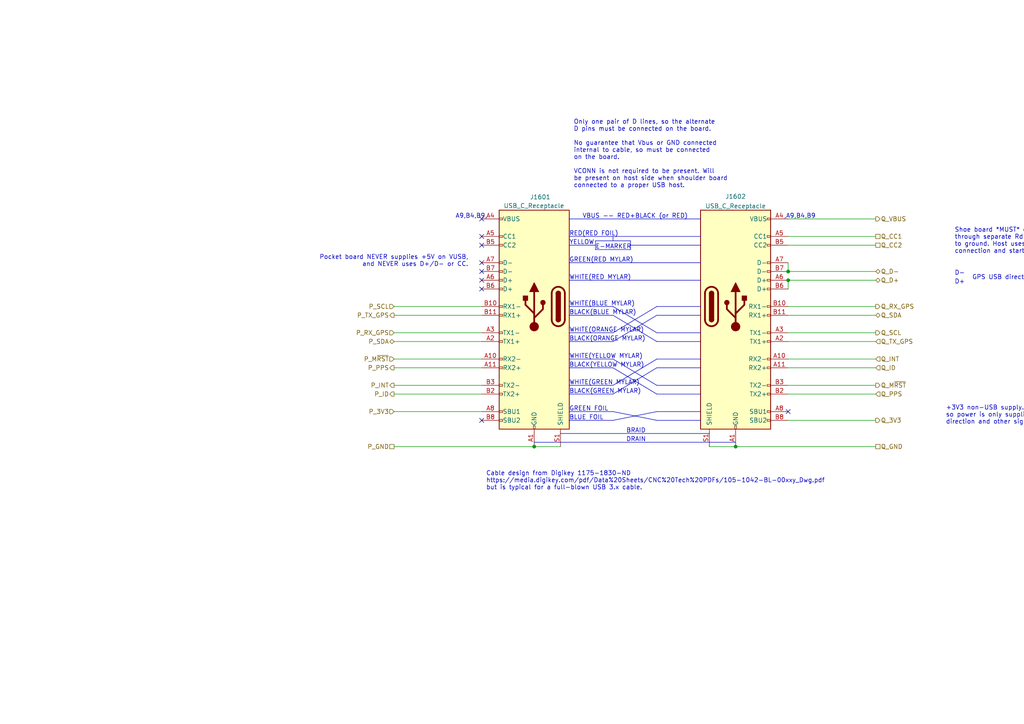
<source format=kicad_sch>
(kicad_sch (version 20211123) (generator eeschema)
  (paper "A4")
  (lib_symbols
    (symbol "Connector:USB_C_Receptacle" (pin_names (offset 1.016))
      (property "Reference" "J" (at -10.16 29.21 0))
      (property "Value" "USB_C_Receptacle" (at 10.16 29.21 0))
      (symbol "USB_C_Receptacle_0_0"
        (rectangle (start -0.254 -35.56) (end 0.254 -34.544))
        (rectangle (start 10.16 -32.766) (end 9.144 -33.274))
        (rectangle (start 10.16 -30.226) (end 9.144 -30.734))
        (rectangle (start 10.16 -25.146) (end 9.144 -25.654))
        (rectangle (start 10.16 -22.606) (end 9.144 -23.114))
        (rectangle (start 10.16 -17.526) (end 9.144 -18.034))
        (rectangle (start 10.16 -14.986) (end 9.144 -15.494))
        (rectangle (start 10.16 -9.906) (end 9.144 -10.414))
        (rectangle (start 10.16 -7.366) (end 9.144 -7.874))
        (rectangle (start 10.16 -2.286) (end 9.144 -2.794))
        (rectangle (start 10.16 0.254) (end 9.144 -0.254))
        (rectangle (start 10.16 5.334) (end 9.144 4.826))
        (rectangle (start 10.16 7.874) (end 9.144 7.366))
        (rectangle (start 10.16 10.414) (end 9.144 9.906))
        (rectangle (start 10.16 12.954) (end 9.144 12.446))
        (rectangle (start 10.16 18.034) (end 9.144 17.526))
        (rectangle (start 10.16 20.574) (end 9.144 20.066))
        (rectangle (start 10.16 25.654) (end 9.144 25.146))
      )
      (symbol "USB_C_Receptacle_0_1"
        (rectangle (start -10.16 27.94) (end 10.16 -35.56) (stroke (width 0.254)) (fill (type background)))
        (arc (start -8.89 -3.81) (mid -6.985 -5.715) (end -5.08 -3.81) (stroke (width 0.508)))
        (arc (start -7.62 -3.81) (mid -6.985 -4.445) (end -6.35 -3.81) (stroke (width 0.254)))
        (arc (start -7.62 -3.81) (mid -6.985 -4.445) (end -6.35 -3.81) (stroke (width 0.254)) (fill (type outline)))
        (rectangle (start -7.62 -3.81) (end -6.35 3.81) (stroke (width 0.254)) (fill (type outline)))
        (arc (start -6.35 3.81) (mid -6.985 4.445) (end -7.62 3.81) (stroke (width 0.254)))
        (arc (start -6.35 3.81) (mid -6.985 4.445) (end -7.62 3.81) (stroke (width 0.254)) (fill (type outline)))
        (arc (start -5.08 3.81) (mid -6.985 5.715) (end -8.89 3.81) (stroke (width 0.508)))
        (polyline (pts (xy -8.89 -3.81) (xy -8.89 3.81)) (stroke (width 0.508)))
        (polyline (pts (xy -5.08 3.81) (xy -5.08 -3.81)) (stroke (width 0.508)))
      )
      (symbol "USB_C_Receptacle_1_1"
        (circle (center -2.54 1.143) (radius 0.635) (stroke (width 0.254)) (fill (type outline)))
        (circle (center 0 -5.842) (radius 1.27) (fill (type outline)))
        (polyline (pts (xy 0 -5.842) (xy 0 4.318)) (stroke (width 0.508)))
        (polyline (pts (xy 0 -3.302) (xy -2.54 -0.762) (xy -2.54 0.508)) (stroke (width 0.508)))
        (polyline (pts (xy 0 -2.032) (xy 2.54 0.508) (xy 2.54 1.778)) (stroke (width 0.508)))
        (polyline (pts (xy -1.27 4.318) (xy 0 6.858) (xy 1.27 4.318) (xy -1.27 4.318)) (stroke (width 0.254)) (fill (type outline)))
        (rectangle (start 1.905 1.778) (end 3.175 3.048) (stroke (width 0.254)) (fill (type outline)))
        (pin passive line (at 0 -40.64 90) (length 5.08) (name "GND") (number "A1"))
        (pin bidirectional line (at 15.24 -15.24 180) (length 5.08) (name "RX2-") (number "A10"))
        (pin bidirectional line (at 15.24 -17.78 180) (length 5.08) (name "RX2+") (number "A11"))
        (pin passive line (at 0 -40.64 90) (length 5.08) hide (name "GND") (number "A12"))
        (pin bidirectional line (at 15.24 -10.16 180) (length 5.08) (name "TX1+") (number "A2"))
        (pin bidirectional line (at 15.24 -7.62 180) (length 5.08) (name "TX1-") (number "A3"))
        (pin passive line (at 15.24 25.4 180) (length 5.08) (name "VBUS") (number "A4"))
        (pin bidirectional line (at 15.24 20.32 180) (length 5.08) (name "CC1") (number "A5"))
        (pin bidirectional line (at 15.24 7.62 180) (length 5.08) (name "D+") (number "A6"))
        (pin bidirectional line (at 15.24 12.7 180) (length 5.08) (name "D-") (number "A7"))
        (pin bidirectional line (at 15.24 -30.48 180) (length 5.08) (name "SBU1") (number "A8"))
        (pin passive line (at 15.24 25.4 180) (length 5.08) hide (name "VBUS") (number "A9"))
        (pin passive line (at 0 -40.64 90) (length 5.08) hide (name "GND") (number "B1"))
        (pin bidirectional line (at 15.24 0 180) (length 5.08) (name "RX1-") (number "B10"))
        (pin bidirectional line (at 15.24 -2.54 180) (length 5.08) (name "RX1+") (number "B11"))
        (pin passive line (at 0 -40.64 90) (length 5.08) hide (name "GND") (number "B12"))
        (pin bidirectional line (at 15.24 -25.4 180) (length 5.08) (name "TX2+") (number "B2"))
        (pin bidirectional line (at 15.24 -22.86 180) (length 5.08) (name "TX2-") (number "B3"))
        (pin passive line (at 15.24 25.4 180) (length 5.08) hide (name "VBUS") (number "B4"))
        (pin bidirectional line (at 15.24 17.78 180) (length 5.08) (name "CC2") (number "B5"))
        (pin bidirectional line (at 15.24 5.08 180) (length 5.08) (name "D+") (number "B6"))
        (pin bidirectional line (at 15.24 10.16 180) (length 5.08) (name "D-") (number "B7"))
        (pin bidirectional line (at 15.24 -33.02 180) (length 5.08) (name "SBU2") (number "B8"))
        (pin passive line (at 15.24 25.4 180) (length 5.08) hide (name "VBUS") (number "B9"))
        (pin passive line (at -7.62 -40.64 90) (length 5.08) (name "SHIELD") (number "S1"))
      )
    )
  )
  (junction (at 213.36 129.54))
  (junction (at 228.6 78.74))
  (junction (at 228.6 81.28))
  (junction (at 154.94 129.54))
  (no_connect (at 139.7 121.92))
  (no_connect (at 228.6 119.38))
  (no_connect (at 139.7 83.82))
  (no_connect (at 139.7 81.28))
  (no_connect (at 139.7 71.12))
  (no_connect (at 139.7 76.2))
  (no_connect (at 139.7 68.58))
  (no_connect (at 139.7 78.74))
  (no_connect (at 139.7 63.5))
  (wire (pts (xy 162.56 129.54) (xy 154.94 129.54)))
  (wire (pts (xy 228.6 104.14) (xy 254 104.14)))
  (wire (pts (xy 228.6 111.76) (xy 254 111.76)))
  (polyline (pts (xy 172.72 69.85) (xy 172.72 72.39)) (stroke (width 0) (type solid)))
  (wire (pts (xy 228.6 81.28) (xy 254 81.28)))
  (polyline (pts (xy 190.5 119.38) (xy 203.2 119.38)) (stroke (width 0) (type solid)))
  (polyline (pts (xy 177.8 99.06) (xy 190.5 91.44)) (stroke (width 0) (type solid)))
  (polyline (pts (xy 190.5 111.76) (xy 203.2 111.76)) (stroke (width 0) (type solid)))
  (polyline (pts (xy 172.72 72.39) (xy 182.88 72.39)) (stroke (width 0) (type solid)))
  (polyline (pts (xy 165.1 76.2) (xy 203.2 76.2)) (stroke (width 0) (type solid)))
  (wire (pts (xy 228.6 83.82) (xy 228.6 81.28)))
  (wire (pts (xy 228.6 68.58) (xy 254 68.58)))
  (polyline (pts (xy 190.5 88.9) (xy 203.2 88.9)) (stroke (width 0) (type solid)))
  (wire (pts (xy 114.3 106.68) (xy 139.7 106.68)))
  (polyline (pts (xy 165.1 121.92) (xy 177.8 121.92)) (stroke (width 0) (type solid)))
  (polyline (pts (xy 165.1 111.76) (xy 177.8 111.76)) (stroke (width 0) (type solid)))
  (polyline (pts (xy 165.1 68.58) (xy 203.2 68.58)) (stroke (width 0) (type solid)))
  (polyline (pts (xy 177.8 68.58) (xy 177.8 69.85)) (stroke (width 0) (type solid)))
  (wire (pts (xy 228.6 78.74) (xy 254 78.74)))
  (polyline (pts (xy 165.1 119.38) (xy 177.8 119.38)) (stroke (width 0) (type solid)))
  (polyline (pts (xy 162.56 125.73) (xy 205.74 125.73)) (stroke (width 0) (type solid)))
  (polyline (pts (xy 165.1 96.52) (xy 177.8 96.52)) (stroke (width 0) (type solid)))
  (polyline (pts (xy 182.88 71.12) (xy 203.2 71.12)) (stroke (width 0) (type solid)))
  (wire (pts (xy 228.6 76.2) (xy 228.6 78.74)))
  (polyline (pts (xy 165.1 106.68) (xy 177.8 106.68)) (stroke (width 0) (type solid)))
  (polyline (pts (xy 190.5 96.52) (xy 203.2 96.52)) (stroke (width 0) (type solid)))
  (wire (pts (xy 114.3 111.76) (xy 139.7 111.76)))
  (wire (pts (xy 114.3 99.06) (xy 139.7 99.06)))
  (polyline (pts (xy 165.1 88.9) (xy 177.8 88.9)) (stroke (width 0) (type solid)))
  (polyline (pts (xy 190.5 114.3) (xy 203.2 114.3)) (stroke (width 0) (type solid)))
  (wire (pts (xy 254 88.9) (xy 228.6 88.9)))
  (wire (pts (xy 114.3 96.52) (xy 139.7 96.52)))
  (wire (pts (xy 213.36 129.54) (xy 254 129.54)))
  (polyline (pts (xy 165.1 71.12) (xy 172.72 71.12)) (stroke (width 0) (type solid)))
  (wire (pts (xy 114.3 91.44) (xy 139.7 91.44)))
  (wire (pts (xy 139.7 119.38) (xy 114.3 119.38)))
  (polyline (pts (xy 165.1 81.28) (xy 203.2 81.28)) (stroke (width 0) (type solid)))
  (wire (pts (xy 228.6 96.52) (xy 254 96.52)))
  (polyline (pts (xy 165.1 99.06) (xy 177.8 99.06)) (stroke (width 0) (type solid)))
  (wire (pts (xy 114.3 88.9) (xy 139.7 88.9)))
  (polyline (pts (xy 177.8 111.76) (xy 190.5 104.14)) (stroke (width 0) (type solid)))
  (wire (pts (xy 205.74 129.54) (xy 213.36 129.54)))
  (wire (pts (xy 228.6 114.3) (xy 254 114.3)))
  (polyline (pts (xy 177.8 96.52) (xy 190.5 88.9)) (stroke (width 0) (type solid)))
  (polyline (pts (xy 165.1 114.3) (xy 177.8 114.3)) (stroke (width 0) (type solid)))
  (polyline (pts (xy 190.5 91.44) (xy 203.2 91.44)) (stroke (width 0) (type solid)))
  (polyline (pts (xy 165.1 91.44) (xy 177.8 91.44)) (stroke (width 0) (type solid)))
  (polyline (pts (xy 165.1 104.14) (xy 177.8 104.14)) (stroke (width 0) (type solid)))
  (polyline (pts (xy 182.88 72.39) (xy 182.88 69.85)) (stroke (width 0) (type solid)))
  (polyline (pts (xy 190.5 104.14) (xy 203.2 104.14)) (stroke (width 0) (type solid)))
  (wire (pts (xy 228.6 63.5) (xy 254 63.5)))
  (wire (pts (xy 114.3 104.14) (xy 139.7 104.14)))
  (polyline (pts (xy 154.94 128.27) (xy 213.36 128.27)) (stroke (width 0) (type solid)))
  (wire (pts (xy 114.3 114.3) (xy 139.7 114.3)))
  (polyline (pts (xy 177.8 121.92) (xy 190.5 119.38)) (stroke (width 0) (type solid)))
  (polyline (pts (xy 177.8 114.3) (xy 190.5 106.68)) (stroke (width 0) (type solid)))
  (wire (pts (xy 254 91.44) (xy 228.6 91.44)))
  (polyline (pts (xy 177.8 106.68) (xy 190.5 114.3)) (stroke (width 0) (type solid)))
  (polyline (pts (xy 177.8 119.38) (xy 190.5 121.92)) (stroke (width 0) (type solid)))
  (wire (pts (xy 228.6 71.12) (xy 254 71.12)))
  (wire (pts (xy 114.3 129.54) (xy 154.94 129.54)))
  (polyline (pts (xy 182.88 69.85) (xy 172.72 69.85)) (stroke (width 0) (type solid)))
  (polyline (pts (xy 177.8 104.14) (xy 190.5 111.76)) (stroke (width 0) (type solid)))
  (polyline (pts (xy 190.5 106.68) (xy 203.2 106.68)) (stroke (width 0) (type solid)))
  (polyline (pts (xy 190.5 121.92) (xy 203.2 121.92)) (stroke (width 0) (type solid)))
  (polyline (pts (xy 177.8 91.44) (xy 190.5 99.06)) (stroke (width 0) (type solid)))
  (polyline (pts (xy 177.8 88.9) (xy 190.5 96.52)) (stroke (width 0) (type solid)))
  (polyline (pts (xy 165.1 63.5) (xy 203.2 63.5)) (stroke (width 0) (type solid)))
  (wire (pts (xy 228.6 106.68) (xy 254 106.68)))
  (wire (pts (xy 228.6 99.06) (xy 254 99.06)))
  (polyline (pts (xy 190.5 99.06) (xy 203.2 99.06)) (stroke (width 0) (type solid)))
  (wire (pts (xy 228.6 121.92) (xy 254 121.92)))
  (text "A9,B4,B9," (at 132.08 63.5 0) (effects (font (size 1.27 1.27)) (justify left bottom)))
  (text "Shoe board *MUST* connect CC1 and CC2\nthrough separate Rd (5.1k) resistors \nto ground. Host uses these to detect\nconnection and start power flow on VUSB." (at 276.86 73.66 0) (effects (font (size 1.27 1.27)) (justify left bottom)))
  (text "Cable design from Digikey 1175-1830-ND\nhttps://media.digikey.com/pdf/Data%20Sheets/CNC%20Tech%20PDFs/105-1042-BL-00xxy_Dwg.pdf\nbut is typical for a full-blown USB 3.x cable." (at 140.97 142.24 0) (effects (font (size 1.27 1.27)) (justify left bottom)))
  (text "E-MARKER" (at 172.72 72.39 0) (effects (font (size 1.27 1.27)) (justify left bottom)))
  (text "DRAIN" (at 181.61 128.27 0) (effects (font (size 1.27 1.27)) (justify left bottom)))
  (text "VBUS -- RED+BLACK (or RED)" (at 168.91 63.5 0) (effects (font (size 1.27 1.27)) (justify left bottom)))
  (text "D-" (at 276.86 80.01 0) (effects (font (size 1.27 1.27)) (justify left bottom)))
  (text ",A9,B4,B9" (at 227.33 63.5 0) (effects (font (size 1.27 1.27)) (justify left bottom)))
  (text "WHITE(BLUE MYLAR)" (at 165.1 88.9 0) (effects (font (size 1.27 1.27)) (justify left bottom)))
  (text "GREEN(RED MYLAR)" (at 165.1 76.2 0) (effects (font (size 1.27 1.27)) (justify left bottom)))
  (text "BLACK(GREEN MYLAR)" (at 165.1 114.3 0) (effects (font (size 1.27 1.27)) (justify left bottom)))
  (text "Only one pair of D lines, so the alternate\nD pins must be connected on the board.\n\nNo guarantee that Vbus or GND connected\ninternal to cable, so must be connected\non the board.\n\nVCONN is not required to be present. Will\nbe present on host side when shoulder board\nconnected to a proper USB host." (at 166.37 54.61 0) (effects (font (size 1.27 1.27)) (justify left bottom)))
  (text "GREEN FOIL" (at 165.1 119.38 0) (effects (font (size 1.27 1.27)) (justify left bottom)))
  (text "WHITE(YELLOW MYLAR)" (at 165.1 104.14 0) (effects (font (size 1.27 1.27)) (justify left bottom)))
  (text "YELLOW" (at 165.1 71.12 0) (effects (font (size 1.27 1.27)) (justify left bottom)))
  (text "D+" (at 276.86 82.55 0) (effects (font (size 1.27 1.27)) (justify left bottom)))
  (text "BRAID" (at 181.61 125.73 0) (effects (font (size 1.27 1.27)) (justify left bottom)))
  (text "Pocket board NEVER supplies +5V on VUSB,\nand NEVER uses D+/D- or CC." (at 135.89 77.47 0) (effects (font (size 1.27 1.27)) (justify right bottom)))
  (text "WHITE(ORANGE MYLAR)" (at 165.1 96.52 0) (effects (font (size 1.27 1.27)) (justify left bottom)))
  (text "BLACK(ORANGE MYLAR)" (at 165.1 99.06 0) (effects (font (size 1.27 1.27)) (justify left bottom)))
  (text "RED(RED FOIL)" (at 165.1 68.58 0) (effects (font (size 1.27 1.27)) (justify left bottom)))
  (text "Shoe board can leave D+/D- \nand CC all not-connected" (at 302.26 81.28 0) (effects (font (size 1.27 1.27)) (justify left bottom)))
  (text "WHITE(RED MYLAR)" (at 165.1 81.28 0) (effects (font (size 1.27 1.27)) (justify left bottom)))
  (text "GPS USB direct" (at 281.94 81.28 0) (effects (font (size 1.27 1.27)) (justify left bottom)))
  (text "BLACK(YELLOW MYLAR)" (at 165.1 106.68 0) (effects (font (size 1.27 1.27)) (justify left bottom)))
  (text "BLUE FOIL" (at 165.1 121.92 0) (effects (font (size 1.27 1.27)) (justify left bottom)))
  (text "BLACK(BLUE MYLAR)" (at 165.1 91.44 0) (effects (font (size 1.27 1.27)) (justify left bottom)))
  (text "+3V3 non-USB supply. Intentionally polarized,\nso power is only supplied if wire is correct\ndirection and other signals are aligned." (at 274.32 123.19 0) (effects (font (size 1.27 1.27)) (justify left bottom)))
  (text "WHITE(GREEN MYLAR)" (at 165.1 111.76 0) (effects (font (size 1.27 1.27)) (justify left bottom)))
  (hierarchical_label "P_SDA" (shape bidirectional) (at 114.3 99.06 180))
  (hierarchical_label "Q_CC1" (shape passive) (at 254 68.58 0))
  (hierarchical_label "Q_INT" (shape input) (at 254 104.14 0))
  (hierarchical_label "P_M~{RST}" (shape input) (at 114.3 104.14 180))
  (hierarchical_label "P_ID" (shape output) (at 114.3 114.3 180))
  (hierarchical_label "P_SCL" (shape input) (at 114.3 88.9 180))
  (hierarchical_label "Q_RX_GPS" (shape output) (at 254 88.9 0))
  (hierarchical_label "Q_D+" (shape bidirectional) (at 254 81.28 0))
  (hierarchical_label "Q_TX_GPS" (shape input) (at 254 99.06 0))
  (hierarchical_label "P_TX_GPS" (shape output) (at 114.3 91.44 180))
  (hierarchical_label "Q_CC2" (shape passive) (at 254 71.12 0))
  (hierarchical_label "Q_ID" (shape input) (at 254 106.68 0))
  (hierarchical_label "P_RX_GPS" (shape input) (at 114.3 96.52 180))
  (hierarchical_label "P_PPS" (shape output) (at 114.3 106.68 180))
  (hierarchical_label "P_GND" (shape passive) (at 114.3 129.54 180))
  (hierarchical_label "P_INT" (shape output) (at 114.3 111.76 180))
  (hierarchical_label "Q_D-" (shape bidirectional) (at 254 78.74 0))
  (hierarchical_label "Q_PPS" (shape input) (at 254 114.3 0))
  (hierarchical_label "Q_SDA" (shape bidirectional) (at 254 91.44 0))
  (hierarchical_label "Q_SCL" (shape output) (at 254 96.52 0))
  (hierarchical_label "Q_VBUS" (shape output) (at 254 63.5 0))
  (hierarchical_label "Q_M~{RST}" (shape output) (at 254 111.76 0))
  (hierarchical_label "Q_3V3" (shape output) (at 254 121.92 0))
  (hierarchical_label "Q_GND" (shape passive) (at 254 129.54 0))
  (hierarchical_label "P_3V3" (shape input) (at 114.3 119.38 180))
  (symbol (lib_id "Connector:USB_C_Receptacle") (at 154.94 88.9 0) (mirror y)
    (property "Reference" "J1601" (at 153.67 57.15 0) (effects (justify right)))
    (property "Value" "USB_C_Receptacle" (at 146.05 59.69 0) (effects (justify right)))
    (property "Footprint" "KwanSystems:USB_C_Amphenol_MidMount" (effects hide))
    (property "Datasheet" "https://www.usb.org/sites/default/files/documents/usb_type-c.zip" (effects hide))
    (property "Purpose" "Pocket board USB+ connector" (effects hide))
    (property "Digikey" "WM12856CT-ND" (effects hide))
  )
  (symbol (lib_id "Connector:USB_C_Receptacle") (at 213.36 88.9 0)
    (property "Reference" "J1602" (at 213.36 56.9935 0))
    (property "Value" "USB_C_Receptacle" (at 213.36 59.7686 0))
    (property "Footprint" "KwanSystems:USB_C_Amphenol_MidMount" (effects hide))
    (property "Datasheet" "https://www.usb.org/sites/default/files/documents/usb_type-c.zip" (effects hide))
    (property "Purpose" "Remote board USB+ connector" (effects hide))
    (property "Digikey" "WM12856CT-ND" (effects hide))
  )
)
</source>
